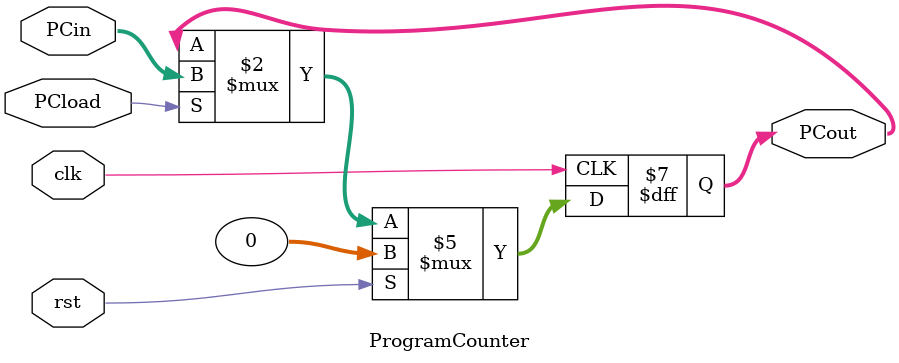
<source format=v>
`timescale 1ns / 1ps


module ProgramCounter(
    input clk,
    input rst,
    input [31:0]PCin,
    input PCload,
    output reg [31:0]PCout  
    );

always @(posedge clk) begin
    if(rst) begin
        PCout <= 0;
    end
    else if(PCload) begin
        PCout <= PCin;
    end
end
   
endmodule
</source>
